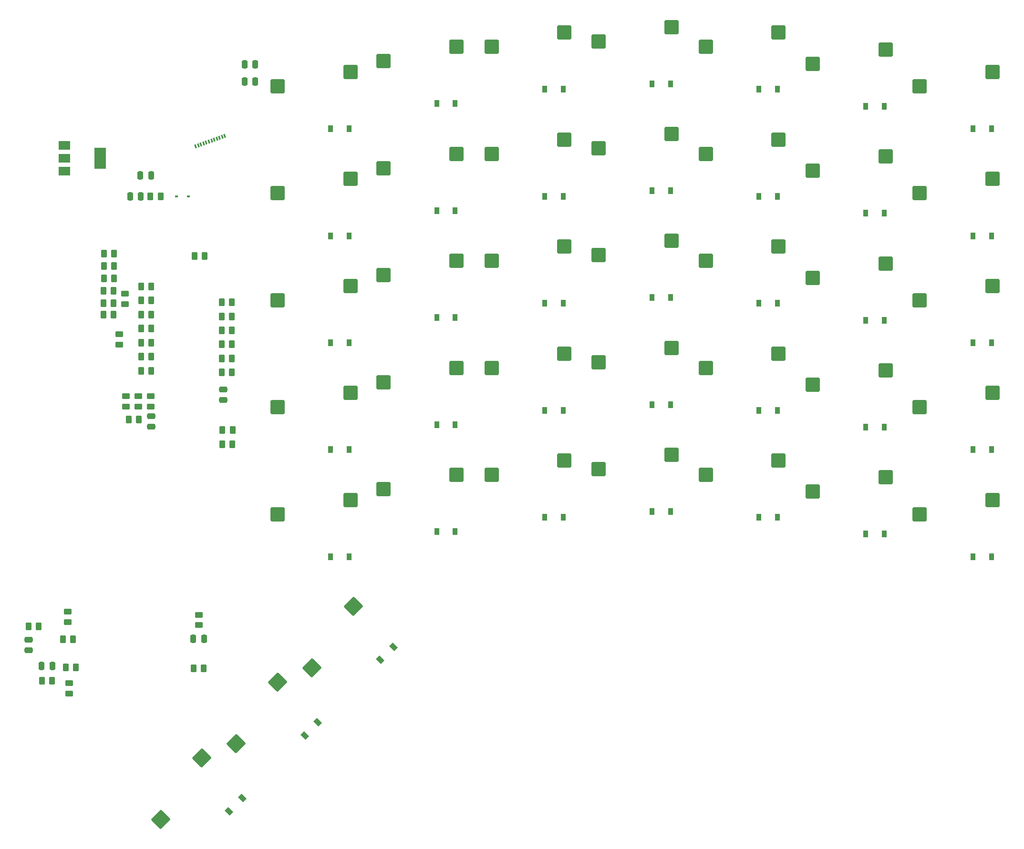
<source format=gbr>
%TF.GenerationSoftware,KiCad,Pcbnew,(6.0.7-1)-1*%
%TF.CreationDate,2022-10-21T15:59:20-04:00*%
%TF.ProjectId,Splitboard-B,53706c69-7462-46f6-9172-642d422e6b69,rev?*%
%TF.SameCoordinates,Original*%
%TF.FileFunction,Paste,Bot*%
%TF.FilePolarity,Positive*%
%FSLAX46Y46*%
G04 Gerber Fmt 4.6, Leading zero omitted, Abs format (unit mm)*
G04 Created by KiCad (PCBNEW (6.0.7-1)-1) date 2022-10-21 15:59:20*
%MOMM*%
%LPD*%
G01*
G04 APERTURE LIST*
G04 Aperture macros list*
%AMRoundRect*
0 Rectangle with rounded corners*
0 $1 Rounding radius*
0 $2 $3 $4 $5 $6 $7 $8 $9 X,Y pos of 4 corners*
0 Add a 4 corners polygon primitive as box body*
4,1,4,$2,$3,$4,$5,$6,$7,$8,$9,$2,$3,0*
0 Add four circle primitives for the rounded corners*
1,1,$1+$1,$2,$3*
1,1,$1+$1,$4,$5*
1,1,$1+$1,$6,$7*
1,1,$1+$1,$8,$9*
0 Add four rect primitives between the rounded corners*
20,1,$1+$1,$2,$3,$4,$5,0*
20,1,$1+$1,$4,$5,$6,$7,0*
20,1,$1+$1,$6,$7,$8,$9,0*
20,1,$1+$1,$8,$9,$2,$3,0*%
%AMRotRect*
0 Rectangle, with rotation*
0 The origin of the aperture is its center*
0 $1 length*
0 $2 width*
0 $3 Rotation angle, in degrees counterclockwise*
0 Add horizontal line*
21,1,$1,$2,0,0,$3*%
G04 Aperture macros list end*
%ADD10RoundRect,0.250000X-1.025000X-1.000000X1.025000X-1.000000X1.025000X1.000000X-1.025000X1.000000X0*%
%ADD11RoundRect,0.250000X-0.017678X-1.431891X1.431891X0.017678X0.017678X1.431891X-1.431891X-0.017678X0*%
%ADD12RoundRect,0.250000X0.262500X0.450000X-0.262500X0.450000X-0.262500X-0.450000X0.262500X-0.450000X0*%
%ADD13RoundRect,0.250000X-0.450000X0.262500X-0.450000X-0.262500X0.450000X-0.262500X0.450000X0.262500X0*%
%ADD14RoundRect,0.250000X0.250000X0.475000X-0.250000X0.475000X-0.250000X-0.475000X0.250000X-0.475000X0*%
%ADD15RoundRect,0.250000X-0.262500X-0.450000X0.262500X-0.450000X0.262500X0.450000X-0.262500X0.450000X0*%
%ADD16RoundRect,0.250000X0.450000X-0.262500X0.450000X0.262500X-0.450000X0.262500X-0.450000X-0.262500X0*%
%ADD17R,0.900000X1.200000*%
%ADD18RoundRect,0.250000X-0.250000X-0.475000X0.250000X-0.475000X0.250000X0.475000X-0.250000X0.475000X0*%
%ADD19RoundRect,0.250000X-0.475000X0.250000X-0.475000X-0.250000X0.475000X-0.250000X0.475000X0.250000X0*%
%ADD20RotRect,0.900000X1.200000X225.000000*%
%ADD21R,0.600000X0.450000*%
%ADD22R,2.000000X1.500000*%
%ADD23R,2.000000X3.800000*%
%ADD24RotRect,0.300000X0.700000X20.000000*%
G04 APERTURE END LIST*
D10*
%TO.C,K28*%
X224842000Y-96920000D03*
X211915000Y-99460000D03*
%TD*%
%TO.C,K11*%
X154915000Y-53460000D03*
X167842000Y-50920000D03*
%TD*%
%TO.C,K33*%
X173915000Y-111460000D03*
X186842000Y-108920000D03*
%TD*%
%TO.C,K20*%
X192915000Y-76460000D03*
X205842000Y-73920000D03*
%TD*%
%TO.C,K13*%
X205842000Y-54920000D03*
X192915000Y-57460000D03*
%TD*%
%TO.C,K7*%
X211915000Y-42460000D03*
X224842000Y-39920000D03*
%TD*%
%TO.C,K17*%
X135915000Y-73460000D03*
X148842000Y-70920000D03*
%TD*%
%TO.C,K16*%
X129652000Y-73460000D03*
X116725000Y-76000000D03*
%TD*%
D11*
%TO.C,K37*%
X97934080Y-148276980D03*
X90589362Y-159213800D03*
%TD*%
D10*
%TO.C,K2*%
X116725000Y-38000000D03*
X129652000Y-35460000D03*
%TD*%
D11*
%TO.C,K38*%
X111369109Y-134841951D03*
X104024391Y-145778771D03*
%TD*%
D10*
%TO.C,K5*%
X173915000Y-35460000D03*
X186842000Y-32920000D03*
%TD*%
%TO.C,K9*%
X116725000Y-57000000D03*
X129652000Y-54460000D03*
%TD*%
%TO.C,K32*%
X154915000Y-110460000D03*
X167842000Y-107920000D03*
%TD*%
%TO.C,K1*%
X97915000Y-42460000D03*
X110842000Y-39920000D03*
%TD*%
%TO.C,K26*%
X173915000Y-92460000D03*
X186842000Y-89920000D03*
%TD*%
%TO.C,K4*%
X167842000Y-31920000D03*
X154915000Y-34460000D03*
%TD*%
%TO.C,K34*%
X192915000Y-114460000D03*
X205842000Y-111920000D03*
%TD*%
%TO.C,K30*%
X129652000Y-111460000D03*
X116725000Y-114000000D03*
%TD*%
%TO.C,K14*%
X211915000Y-61460000D03*
X224842000Y-58920000D03*
%TD*%
%TO.C,K12*%
X173915000Y-54460000D03*
X186842000Y-51920000D03*
%TD*%
%TO.C,K22*%
X97915000Y-99460000D03*
X110842000Y-96920000D03*
%TD*%
%TO.C,K6*%
X205842000Y-35920000D03*
X192915000Y-38460000D03*
%TD*%
%TO.C,K8*%
X110842000Y-58920000D03*
X97915000Y-61460000D03*
%TD*%
%TO.C,K18*%
X167842000Y-69920000D03*
X154915000Y-72460000D03*
%TD*%
%TO.C,K15*%
X110842000Y-77920000D03*
X97915000Y-80460000D03*
%TD*%
%TO.C,K21*%
X224842000Y-77920000D03*
X211915000Y-80460000D03*
%TD*%
%TO.C,K19*%
X173915000Y-73460000D03*
X186842000Y-70920000D03*
%TD*%
%TO.C,K25*%
X167842000Y-88920000D03*
X154915000Y-91460000D03*
%TD*%
%TO.C,K10*%
X135915000Y-54460000D03*
X148842000Y-51920000D03*
%TD*%
%TO.C,K31*%
X148842000Y-108920000D03*
X135915000Y-111460000D03*
%TD*%
%TO.C,K23*%
X116725000Y-95000000D03*
X129652000Y-92460000D03*
%TD*%
%TO.C,K29*%
X110842000Y-115920000D03*
X97915000Y-118460000D03*
%TD*%
%TO.C,K24*%
X148842000Y-89920000D03*
X135915000Y-92460000D03*
%TD*%
D11*
%TO.C,K36*%
X77154333Y-172648828D03*
X84499051Y-161712008D03*
%TD*%
D10*
%TO.C,K35*%
X224842000Y-115920000D03*
X211915000Y-118460000D03*
%TD*%
%TO.C,K27*%
X205842000Y-92920000D03*
X192915000Y-95460000D03*
%TD*%
%TO.C,K3*%
X148842000Y-32920000D03*
X135915000Y-35460000D03*
%TD*%
D12*
%TO.C,R12*%
X89800000Y-83311111D03*
X87975000Y-83311111D03*
%TD*%
D13*
%TO.C,R22*%
X73200000Y-97487500D03*
X73200000Y-99312500D03*
%TD*%
D14*
%TO.C,C8*%
X93950000Y-38590000D03*
X92050000Y-38590000D03*
%TD*%
D15*
%TO.C,R36*%
X67087500Y-72200000D03*
X68912500Y-72200000D03*
%TD*%
D14*
%TO.C,C6*%
X75450000Y-58250000D03*
X73550000Y-58250000D03*
%TD*%
D16*
%TO.C,R6*%
X60900000Y-150312500D03*
X60900000Y-148487500D03*
%TD*%
D17*
%TO.C,D22*%
X110650000Y-107000000D03*
X107350000Y-107000000D03*
%TD*%
%TO.C,D19*%
X186650000Y-81000000D03*
X183350000Y-81000000D03*
%TD*%
D13*
%TO.C,R19*%
X69800000Y-86487500D03*
X69800000Y-88312500D03*
%TD*%
D17*
%TO.C,D9*%
X129460000Y-64540000D03*
X126160000Y-64540000D03*
%TD*%
D12*
%TO.C,R18*%
X75512500Y-78000000D03*
X73687500Y-78000000D03*
%TD*%
D17*
%TO.C,D13*%
X205650000Y-65000000D03*
X202350000Y-65000000D03*
%TD*%
%TO.C,D10*%
X148650000Y-62000000D03*
X145350000Y-62000000D03*
%TD*%
%TO.C,D12*%
X186650000Y-62000000D03*
X183350000Y-62000000D03*
%TD*%
D12*
%TO.C,R7*%
X62112500Y-145700000D03*
X60287500Y-145700000D03*
%TD*%
D17*
%TO.C,D16*%
X129460000Y-83540000D03*
X126160000Y-83540000D03*
%TD*%
D12*
%TO.C,R17*%
X85000000Y-72600000D03*
X83175000Y-72600000D03*
%TD*%
%TO.C,R13*%
X89800000Y-85800000D03*
X87975000Y-85800000D03*
%TD*%
D15*
%TO.C,R32*%
X67000000Y-83000000D03*
X68825000Y-83000000D03*
%TD*%
%TO.C,R26*%
X73675000Y-85500000D03*
X75500000Y-85500000D03*
%TD*%
D17*
%TO.C,D11*%
X167650000Y-61000000D03*
X164350000Y-61000000D03*
%TD*%
D13*
%TO.C,R23*%
X71000000Y-97487500D03*
X71000000Y-99312500D03*
%TD*%
D15*
%TO.C,R30*%
X67087500Y-74400000D03*
X68912500Y-74400000D03*
%TD*%
D18*
%TO.C,C3*%
X56050000Y-145450000D03*
X57950000Y-145450000D03*
%TD*%
D17*
%TO.C,D2*%
X129460000Y-45540000D03*
X126160000Y-45540000D03*
%TD*%
%TO.C,D14*%
X224650000Y-69000000D03*
X221350000Y-69000000D03*
%TD*%
D12*
%TO.C,R15*%
X89800000Y-90777778D03*
X87975000Y-90777778D03*
%TD*%
D17*
%TO.C,D17*%
X148650000Y-81000000D03*
X145350000Y-81000000D03*
%TD*%
%TO.C,D23*%
X129460000Y-102540000D03*
X126160000Y-102540000D03*
%TD*%
D14*
%TO.C,C9*%
X93950000Y-41600000D03*
X92050000Y-41600000D03*
%TD*%
D19*
%TO.C,C2*%
X53700000Y-140750000D03*
X53700000Y-142650000D03*
%TD*%
D17*
%TO.C,D3*%
X148650000Y-43000000D03*
X145350000Y-43000000D03*
%TD*%
%TO.C,D34*%
X205650000Y-122000000D03*
X202350000Y-122000000D03*
%TD*%
D12*
%TO.C,R10*%
X57912500Y-148000000D03*
X56087500Y-148000000D03*
%TD*%
D15*
%TO.C,R33*%
X67000000Y-81000000D03*
X68825000Y-81000000D03*
%TD*%
D19*
%TO.C,C5*%
X88250000Y-96300000D03*
X88250000Y-98200000D03*
%TD*%
D17*
%TO.C,D30*%
X129460000Y-121540000D03*
X126160000Y-121540000D03*
%TD*%
%TO.C,D25*%
X167650000Y-99000000D03*
X164350000Y-99000000D03*
%TD*%
D20*
%TO.C,D36*%
X91629942Y-168870057D03*
X89296490Y-171203509D03*
%TD*%
D17*
%TO.C,D35*%
X224650000Y-126000000D03*
X221350000Y-126000000D03*
%TD*%
D21*
%TO.C,D39*%
X79950000Y-62000000D03*
X82050000Y-62000000D03*
%TD*%
D15*
%TO.C,R5*%
X59787500Y-140700000D03*
X61612500Y-140700000D03*
%TD*%
D12*
%TO.C,R11*%
X89800000Y-80822222D03*
X87975000Y-80822222D03*
%TD*%
D17*
%TO.C,D31*%
X148650000Y-119000000D03*
X145350000Y-119000000D03*
%TD*%
D15*
%TO.C,R34*%
X67000000Y-78800000D03*
X68825000Y-78800000D03*
%TD*%
D12*
%TO.C,R16*%
X89800000Y-93266667D03*
X87975000Y-93266667D03*
%TD*%
D15*
%TO.C,R28*%
X73675000Y-80500000D03*
X75500000Y-80500000D03*
%TD*%
D17*
%TO.C,D21*%
X224650000Y-88000000D03*
X221350000Y-88000000D03*
%TD*%
D22*
%TO.C,U3*%
X60100000Y-57550000D03*
D23*
X66400000Y-55250000D03*
D22*
X60100000Y-55250000D03*
X60100000Y-52950000D03*
%TD*%
D15*
%TO.C,R21*%
X71487500Y-101600000D03*
X73312500Y-101600000D03*
%TD*%
D17*
%TO.C,D5*%
X186650000Y-43000000D03*
X183350000Y-43000000D03*
%TD*%
%TO.C,D18*%
X167650000Y-80000000D03*
X164350000Y-80000000D03*
%TD*%
%TO.C,D28*%
X224650000Y-107000000D03*
X221350000Y-107000000D03*
%TD*%
D16*
%TO.C,R31*%
X70800000Y-81112500D03*
X70800000Y-79287500D03*
%TD*%
D17*
%TO.C,D32*%
X167650000Y-118000000D03*
X164350000Y-118000000D03*
%TD*%
D19*
%TO.C,C4*%
X75500000Y-101050000D03*
X75500000Y-102950000D03*
%TD*%
D15*
%TO.C,R9*%
X53687500Y-138400000D03*
X55512500Y-138400000D03*
%TD*%
D16*
%TO.C,R8*%
X83950000Y-138162500D03*
X83950000Y-136337500D03*
%TD*%
D12*
%TO.C,R1*%
X89952500Y-103540000D03*
X88127500Y-103540000D03*
%TD*%
D13*
%TO.C,R4*%
X60700000Y-135787500D03*
X60700000Y-137612500D03*
%TD*%
D15*
%TO.C,R35*%
X67087500Y-76600000D03*
X68912500Y-76600000D03*
%TD*%
D17*
%TO.C,D27*%
X205650000Y-103000000D03*
X202350000Y-103000000D03*
%TD*%
D20*
%TO.C,D38*%
X118500000Y-142000000D03*
X116166548Y-144333452D03*
%TD*%
D18*
%TO.C,C7*%
X71750000Y-62000000D03*
X73650000Y-62000000D03*
%TD*%
D17*
%TO.C,D29*%
X110650000Y-126000000D03*
X107350000Y-126000000D03*
%TD*%
D18*
%TO.C,C1*%
X82950000Y-140550000D03*
X84850000Y-140550000D03*
%TD*%
D17*
%TO.C,D7*%
X224650000Y-50000000D03*
X221350000Y-50000000D03*
%TD*%
%TO.C,D6*%
X205650000Y-46000000D03*
X202350000Y-46000000D03*
%TD*%
D12*
%TO.C,R2*%
X89912500Y-106000000D03*
X88087500Y-106000000D03*
%TD*%
D17*
%TO.C,D1*%
X110650000Y-50000000D03*
X107350000Y-50000000D03*
%TD*%
D15*
%TO.C,R27*%
X73675000Y-83000000D03*
X75500000Y-83000000D03*
%TD*%
D17*
%TO.C,D8*%
X110650000Y-69000000D03*
X107350000Y-69000000D03*
%TD*%
%TO.C,D20*%
X205650000Y-84000000D03*
X202350000Y-84000000D03*
%TD*%
D24*
%TO.C,J1*%
X83382786Y-53157812D03*
X83852633Y-52986802D03*
X84322479Y-52815792D03*
X84792325Y-52644782D03*
X85262172Y-52473772D03*
X85732018Y-52302762D03*
X86201864Y-52131752D03*
X86671711Y-51960742D03*
X87141557Y-51789732D03*
X87611403Y-51618722D03*
X88081250Y-51447712D03*
X88551096Y-51276702D03*
%TD*%
D17*
%TO.C,D26*%
X186650000Y-100000000D03*
X183350000Y-100000000D03*
%TD*%
D15*
%TO.C,R24*%
X73675000Y-93000000D03*
X75500000Y-93000000D03*
%TD*%
%TO.C,R25*%
X73675000Y-88000000D03*
X75500000Y-88000000D03*
%TD*%
D20*
%TO.C,D37*%
X105064971Y-155435029D03*
X102731519Y-157768481D03*
%TD*%
D13*
%TO.C,R20*%
X75400000Y-97487500D03*
X75400000Y-99312500D03*
%TD*%
D12*
%TO.C,FB1*%
X77162500Y-62000000D03*
X75337500Y-62000000D03*
%TD*%
D17*
%TO.C,D4*%
X167650000Y-42000000D03*
X164350000Y-42000000D03*
%TD*%
D15*
%TO.C,R3*%
X82987500Y-145800000D03*
X84812500Y-145800000D03*
%TD*%
D12*
%TO.C,R14*%
X89800000Y-88288889D03*
X87975000Y-88288889D03*
%TD*%
D15*
%TO.C,R29*%
X73675000Y-90500000D03*
X75500000Y-90500000D03*
%TD*%
D17*
%TO.C,D24*%
X148650000Y-100000000D03*
X145350000Y-100000000D03*
%TD*%
%TO.C,D15*%
X110650000Y-88000000D03*
X107350000Y-88000000D03*
%TD*%
%TO.C,D33*%
X186650000Y-119000000D03*
X183350000Y-119000000D03*
%TD*%
M02*

</source>
